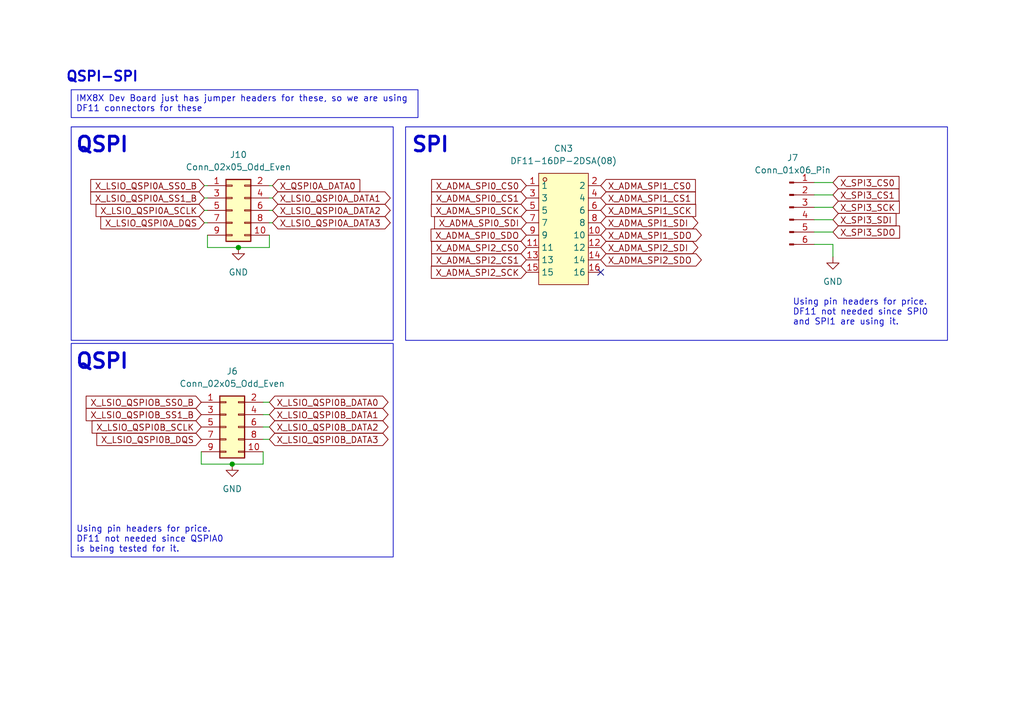
<source format=kicad_sch>
(kicad_sch (version 20250114) (generator "eeschema") (generator_version "9.0")
  (paper "A5")
  (lib_symbols
    (symbol "Connector:Conn_01x06_Pin" (pin_names (offset 1.016) (hide yes))
      (property "Reference" "J" (at 0 7.62 0))
      (property "Value" "Conn_01x06_Pin" (at 0 -10.16 0))
      (symbol "Conn_01x06_Pin_1_1"
        (rectangle (start 0.8636 5.207) (end 0 4.953) (stroke (width 0.1524)) (fill (type outline)))
        (rectangle (start 0.8636 2.667) (end 0 2.413) (stroke (width 0.1524)) (fill (type outline)))
        (rectangle (start 0.8636 0.127) (end 0 -0.127) (stroke (width 0.1524)) (fill (type outline)))
        (rectangle (start 0.8636 -2.413) (end 0 -2.667) (stroke (width 0.1524)) (fill (type outline)))
        (rectangle (start 0.8636 -4.953) (end 0 -5.207) (stroke (width 0.1524)) (fill (type outline)))
        (rectangle (start 0.8636 -7.493) (end 0 -7.747) (stroke (width 0.1524)) (fill (type outline)))
        (polyline (pts (xy 1.27 5.08) (xy 0.8636 5.08)) (stroke (width 0.1524)))
        (polyline (pts (xy 1.27 2.54) (xy 0.8636 2.54)) (stroke (width 0.1524)))
        (polyline (pts (xy 1.27 0) (xy 0.8636 0)) (stroke (width 0.1524)))
        (polyline (pts (xy 1.27 -2.54) (xy 0.8636 -2.54)) (stroke (width 0.1524)))
        (polyline (pts (xy 1.27 -5.08) (xy 0.8636 -5.08)) (stroke (width 0.1524)))
        (polyline (pts (xy 1.27 -7.62) (xy 0.8636 -7.62)) (stroke (width 0.1524)))
        (pin passive line (at 5.08 5.08 180) (length 3.81) (name "Pin_1") (number "1"))
        (pin passive line (at 5.08 2.54 180) (length 3.81) (name "Pin_2") (number "2"))
        (pin passive line (at 5.08 0 180) (length 3.81) (name "Pin_3") (number "3"))
        (pin passive line (at 5.08 -2.54 180) (length 3.81) (name "Pin_4") (number "4"))
        (pin passive line (at 5.08 -5.08 180) (length 3.81) (name "Pin_5") (number "5"))
        (pin passive line (at 5.08 -7.62 180) (length 3.81) (name "Pin_6") (number "6"))
      )
    )
    (symbol "Connector_Generic:Conn_02x05_Odd_Even" (pin_names (offset 1.016) (hide yes))
      (property "Reference" "J" (at 1.27 7.62 0))
      (property "Value" "Conn_02x05_Odd_Even" (at 1.27 -7.62 0))
      (symbol "Conn_02x05_Odd_Even_1_1"
        (rectangle (start -1.27 6.35) (end 3.81 -6.35) (stroke (width 0.254)) (fill (type background)))
        (rectangle (start -1.27 5.207) (end 0 4.953) (stroke (width 0.1524)))
        (rectangle (start -1.27 2.667) (end 0 2.413) (stroke (width 0.1524)))
        (rectangle (start -1.27 0.127) (end 0 -0.127) (stroke (width 0.1524)))
        (rectangle (start -1.27 -2.413) (end 0 -2.667) (stroke (width 0.1524)))
        (rectangle (start -1.27 -4.953) (end 0 -5.207) (stroke (width 0.1524)))
        (rectangle (start 3.81 5.207) (end 2.54 4.953) (stroke (width 0.1524)))
        (rectangle (start 3.81 2.667) (end 2.54 2.413) (stroke (width 0.1524)))
        (rectangle (start 3.81 0.127) (end 2.54 -0.127) (stroke (width 0.1524)))
        (rectangle (start 3.81 -2.413) (end 2.54 -2.667) (stroke (width 0.1524)))
        (rectangle (start 3.81 -4.953) (end 2.54 -5.207) (stroke (width 0.1524)))
        (pin passive line (at -5.08 5.08 0) (length 3.81) (name "Pin_1") (number "1"))
        (pin passive line (at -5.08 2.54 0) (length 3.81) (name "Pin_3") (number "3"))
        (pin passive line (at -5.08 0 0) (length 3.81) (name "Pin_5") (number "5"))
        (pin passive line (at -5.08 -2.54 0) (length 3.81) (name "Pin_7") (number "7"))
        (pin passive line (at -5.08 -5.08 0) (length 3.81) (name "Pin_9") (number "9"))
        (pin passive line (at 7.62 5.08 180) (length 3.81) (name "Pin_2") (number "2"))
        (pin passive line (at 7.62 2.54 180) (length 3.81) (name "Pin_4") (number "4"))
        (pin passive line (at 7.62 0 180) (length 3.81) (name "Pin_6") (number "6"))
        (pin passive line (at 7.62 -2.54 180) (length 3.81) (name "Pin_8") (number "8"))
        (pin passive line (at 7.62 -5.08 180) (length 3.81) (name "Pin_10") (number "10"))
      )
    )
    (symbol "imx8_carrier_board_symbol_library:DF11-16DP-2DSA(08)"
      (property "Reference" "CN" (at 0 13.97 0))
      (property "Value" "DF11-16DP-2DSA(08)" (at 0 -13.97 0))
      (symbol "DF11-16DP-2DSA(08)_0_1"
        (rectangle (start -5.08 11.43) (end 5.08 -11.43) (fill (type background)))
        (circle (center -3.81 10.16) (radius 0.38))
        (pin unspecified line (at -7.62 8.89 0) (length 2.54) (name "1") (number "1"))
        (pin unspecified line (at -7.62 6.35 0) (length 2.54) (name "3") (number "3"))
        (pin unspecified line (at -7.62 3.81 0) (length 2.54) (name "5") (number "5"))
        (pin unspecified line (at -7.62 1.27 0) (length 2.54) (name "7") (number "7"))
        (pin unspecified line (at -7.62 -1.27 0) (length 2.54) (name "9") (number "9"))
        (pin unspecified line (at -7.62 -3.81 0) (length 2.54) (name "11") (number "11"))
        (pin unspecified line (at -7.62 -6.35 0) (length 2.54) (name "13") (number "13"))
        (pin unspecified line (at -7.62 -8.89 0) (length 2.54) (name "15") (number "15"))
        (pin unspecified line (at 7.62 8.89 180) (length 2.54) (name "2") (number "2"))
        (pin unspecified line (at 7.62 6.35 180) (length 2.54) (name "4") (number "4"))
        (pin unspecified line (at 7.62 3.81 180) (length 2.54) (name "6") (number "6"))
        (pin unspecified line (at 7.62 1.27 180) (length 2.54) (name "8") (number "8"))
        (pin unspecified line (at 7.62 -1.27 180) (length 2.54) (name "10") (number "10"))
        (pin unspecified line (at 7.62 -3.81 180) (length 2.54) (name "12") (number "12"))
        (pin unspecified line (at 7.62 -6.35 180) (length 2.54) (name "14") (number "14"))
        (pin unspecified line (at 7.62 -8.89 180) (length 2.54) (name "16") (number "16"))
      )
    )
    (symbol "power:GND" (power) (pin_numbers (hide yes)) (pin_names (offset 0) (hide yes))
      (property "Value" "GND" (at 0 -3.81 0))
      (symbol "GND_0_1"
        (polyline (pts (xy 0 0) (xy 0 -1.27) (xy 1.27 -1.27) (xy 0 -2.54) (xy -1.27 -1.27) (xy 0 -1.27)))
      )
      (symbol "GND_1_1"
        (pin power_in line (at 0 0 270) (length 0) (name "~") (number "1"))
      )
    )
  )
  (rectangle (start 83.185 26.035) (end 194.31 69.85))
  (rectangle (start 14.605 26.035) (end 80.645 69.85))
  (rectangle (start 14.605 70.485) (end 80.645 114.3))
  (text "QSPI" (at 20.955 74.295 0) (effects (font (size 3 3) (thickness 0.6) (bold yes))))
  (text "QSPI" (at 20.955 29.845 0) (effects (font (size 3 3) (thickness 0.6) (bold yes))))
  (text "QSPI-SPI" (at 20.955 15.875 0) (effects (font (size 2.032 2.032) (thickness 0.4064) (bold yes))))
  (text "SPI" (at 88.265 29.845 0) (effects (font (size 3 3) (thickness 0.6) (bold yes))))
  (text "Using pin headers for price.\nDF11 not needed since QSPIA0\nis being tested for it." (at 15.621 110.744 0) (effects (font (size 1.27 1.27)) (justify left)))
  (text "Using pin headers for price.\nDF11 not needed since SPI0\nand SPI1 are using it." (at 162.56 64.135 0) (effects (font (size 1.27 1.27)) (justify left)))
  (text_box "IMX8X Dev Board just has jumper headers for these, so we are using DF11 connectors for these" (at 14.605 18.415 0) (size 71.12 5.715) (margins 0.9525 0.9525 0.9525 0.9525) (effects (font (size 1.27 1.27)) (justify left top)))
  (junction (at 47.625 95.25))
  (junction (at 48.895 50.8))
  (no_connect (at 123.19 55.88))
  (wire (pts (xy 41.91 45.72) (xy 42.545 45.72)))
  (wire (pts (xy 170.815 42.545) (xy 167.005 42.545)))
  (wire (pts (xy 55.88 40.64) (xy 55.245 40.64)))
  (wire (pts (xy 53.975 92.71) (xy 53.975 95.25)))
  (wire (pts (xy 55.245 48.26) (xy 55.245 50.8)))
  (wire (pts (xy 170.815 40.005) (xy 167.005 40.005)))
  (wire (pts (xy 55.88 43.18) (xy 55.245 43.18)))
  (wire (pts (xy 170.815 50.165) (xy 167.005 50.165)))
  (wire (pts (xy 53.975 95.25) (xy 47.625 95.25)))
  (wire (pts (xy 41.91 43.18) (xy 42.545 43.18)))
  (wire (pts (xy 170.815 45.085) (xy 167.005 45.085)))
  (wire (pts (xy 53.975 82.55) (xy 55.245 82.55)))
  (wire (pts (xy 53.975 87.63) (xy 55.245 87.63)))
  (wire (pts (xy 53.975 90.17) (xy 55.245 90.17)))
  (wire (pts (xy 170.815 52.705) (xy 170.815 50.165)))
  (wire (pts (xy 170.815 47.625) (xy 167.005 47.625)))
  (wire (pts (xy 41.275 95.25) (xy 47.625 95.25)))
  (wire (pts (xy 48.895 50.8) (xy 42.545 50.8)))
  (wire (pts (xy 170.815 37.465) (xy 167.005 37.465)))
  (wire (pts (xy 55.88 38.1) (xy 55.245 38.1)))
  (wire (pts (xy 41.91 38.1) (xy 42.545 38.1)))
  (wire (pts (xy 55.88 45.72) (xy 55.245 45.72)))
  (wire (pts (xy 42.545 48.26) (xy 42.545 50.8)))
  (wire (pts (xy 41.275 92.71) (xy 41.275 95.25)))
  (wire (pts (xy 55.245 50.8) (xy 48.895 50.8)))
  (wire (pts (xy 53.975 85.09) (xy 55.245 85.09)))
  (wire (pts (xy 41.91 40.64) (xy 42.545 40.64)))
  (global_label "X_LSIO_QSPIOB_SS0_B" (shape input) (at 41.275 82.55 180) (property "Intersheetrefs" "${INTERSHEET_REFS}" (effects (hide yes))))
  (global_label "X_ADMA_SPI2_SDO" (shape bidirectional) (at 123.19 53.34 0) (property "Intersheetrefs" "${INTERSHEET_REFS}" (effects (hide yes))))
  (global_label "X_ADMA_SPI2_SCK" (shape input) (at 107.95 55.88 180) (property "Intersheetrefs" "${INTERSHEET_REFS}" (effects (hide yes))))
  (global_label "X_LSIO_QSPI0A_DATA1" (shape bidirectional) (at 55.88 40.64 0) (property "Intersheetrefs" "${INTERSHEET_REFS}" (effects (hide yes))))
  (global_label "X_ADMA_SPI0_SDI" (shape input) (at 107.95 45.72 180) (property "Intersheetrefs" "${INTERSHEET_REFS}" (effects (hide yes))))
  (global_label "X_LSIO_QSPI0A_DQS" (shape input) (at 41.91 45.72 180) (property "Intersheetrefs" "${INTERSHEET_REFS}" (effects (hide yes))))
  (global_label "X_LSIO_QSPI0A_DATA2" (shape bidirectional) (at 55.88 43.18 0) (property "Intersheetrefs" "${INTERSHEET_REFS}" (effects (hide yes))))
  (global_label "X_LSIO_QSPIOB_SS1_B" (shape input) (at 41.275 85.09 180) (property "Intersheetrefs" "${INTERSHEET_REFS}" (effects (hide yes))))
  (global_label "X_ADMA_SPI2_CS1" (shape input) (at 107.95 53.34 180) (property "Intersheetrefs" "${INTERSHEET_REFS}" (effects (hide yes))))
  (global_label "X_LSIO_QSPI0B_DATA1" (shape bidirectional) (at 55.245 85.09 0) (property "Intersheetrefs" "${INTERSHEET_REFS}" (effects (hide yes))))
  (global_label "X_SPI3_SDO" (shape input) (at 170.815 47.625 0) (property "Intersheetrefs" "${INTERSHEET_REFS}" (effects (hide yes))))
  (global_label "X_QSPI0A_DATA0" (shape input) (at 55.88 38.1 0) (property "Intersheetrefs" "${INTERSHEET_REFS}" (effects (hide yes))))
  (global_label "X_ADMA_SPI1_SCK" (shape input) (at 123.19 43.18 0) (property "Intersheetrefs" "${INTERSHEET_REFS}" (effects (hide yes))))
  (global_label "X_LSIO_QSPI0B_DATA0" (shape bidirectional) (at 55.245 82.55 0) (property "Intersheetrefs" "${INTERSHEET_REFS}" (effects (hide yes))))
  (global_label "X_LSIO_QSPI0B_DATA2" (shape bidirectional) (at 55.245 87.63 0) (property "Intersheetrefs" "${INTERSHEET_REFS}" (effects (hide yes))))
  (global_label "X_ADMA_SPI0_CS1" (shape input) (at 107.95 40.64 180) (property "Intersheetrefs" "${INTERSHEET_REFS}" (effects (hide yes))))
  (global_label "X_SPI3_CS1" (shape input) (at 170.815 40.005 0) (property "Intersheetrefs" "${INTERSHEET_REFS}" (effects (hide yes))))
  (global_label "X_LSIO_QSPI0B_DATA3" (shape bidirectional) (at 55.245 90.17 0) (property "Intersheetrefs" "${INTERSHEET_REFS}" (effects (hide yes))))
  (global_label "X_ADMA_SPI1_SDI" (shape bidirectional) (at 123.19 45.72 0) (property "Intersheetrefs" "${INTERSHEET_REFS}" (effects (hide yes))))
  (global_label "X_LSIO_QSPI0A_SS0_B" (shape input) (at 41.91 38.1 180) (property "Intersheetrefs" "${INTERSHEET_REFS}" (effects (hide yes))))
  (global_label "X_ADMA_SPI1_SDO" (shape bidirectional) (at 123.19 48.26 0) (property "Intersheetrefs" "${INTERSHEET_REFS}" (effects (hide yes))))
  (global_label "X_ADMA_SPI0_SCK" (shape input) (at 107.95 43.18 180) (property "Intersheetrefs" "${INTERSHEET_REFS}" (effects (hide yes))))
  (global_label "X_LSIO_QSPI0A_SCLK" (shape input) (at 41.91 43.18 180) (property "Intersheetrefs" "${INTERSHEET_REFS}" (effects (hide yes))))
  (global_label "X_ADMA_SPI2_CS0" (shape input) (at 107.95 50.8 180) (property "Intersheetrefs" "${INTERSHEET_REFS}" (effects (hide yes))))
  (global_label "X_ADMA_SPI0_CS0" (shape input) (at 107.95 38.1 180) (property "Intersheetrefs" "${INTERSHEET_REFS}" (effects (hide yes))))
  (global_label "X_LSIO_QSPI0A_DATA3" (shape bidirectional) (at 55.88 45.72 0) (property "Intersheetrefs" "${INTERSHEET_REFS}" (effects (hide yes))))
  (global_label "X_ADMA_SPI1_CS0" (shape input) (at 123.19 38.1 0) (property "Intersheetrefs" "${INTERSHEET_REFS}" (effects (hide yes))))
  (global_label "X_ADMA_SPI1_CS1" (shape input) (at 123.19 40.64 0) (property "Intersheetrefs" "${INTERSHEET_REFS}" (effects (hide yes))))
  (global_label "X_SPI3_SCK" (shape input) (at 170.815 42.545 0) (property "Intersheetrefs" "${INTERSHEET_REFS}" (effects (hide yes))))
  (global_label "X_SPI3_CS0" (shape input) (at 170.815 37.465 0) (property "Intersheetrefs" "${INTERSHEET_REFS}" (effects (hide yes))))
  (global_label "X_LSIO_QSPI0B_SCLK" (shape input) (at 41.275 87.63 180) (property "Intersheetrefs" "${INTERSHEET_REFS}" (effects (hide yes))))
  (global_label "X_LSIO_QSPI0B_DQS" (shape input) (at 41.275 90.17 180) (property "Intersheetrefs" "${INTERSHEET_REFS}" (effects (hide yes))))
  (global_label "X_LSIO_QSPI0A_SS1_B" (shape input) (at 41.91 40.64 180) (property "Intersheetrefs" "${INTERSHEET_REFS}" (effects (hide yes))))
  (global_label "X_ADMA_SPI0_SDO" (shape input) (at 107.95 48.26 180) (property "Intersheetrefs" "${INTERSHEET_REFS}" (effects (hide yes))))
  (global_label "X_ADMA_SPI2_SDI" (shape bidirectional) (at 123.19 50.8 0) (property "Intersheetrefs" "${INTERSHEET_REFS}" (effects (hide yes))))
  (global_label "X_SPI3_SDI" (shape input) (at 170.815 45.085 0) (property "Intersheetrefs" "${INTERSHEET_REFS}" (effects (hide yes))))
  (symbol (lib_id "Connector_Generic:Conn_02x05_Odd_Even") (at 46.355 87.63 0) (unit 1)
    (property "Reference" "J6" (at 47.625 76.2 0))
    (property "Value" "Conn_02x05_Odd_Even" (at 47.625 78.74 0))
    (property "Footprint" "Connector_PinHeader_2.54mm:PinHeader_2x05_P2.54mm_Vertical" (effects (hide yes)))
    (property "Description" "Generic connector, double row, 02x05, odd/even pin numbering scheme (row 1 odd numbers, row 2 even numbers), script generated (kicad-library-utils/schlib/autogen/connector/)" (effects (hide yes)))
  )
  (symbol (lib_id "Connector_Generic:Conn_02x05_Odd_Even") (at 47.625 43.18 0) (unit 1)
    (property "Reference" "J10" (at 48.895 31.75 0))
    (property "Value" "Conn_02x05_Odd_Even" (at 48.895 34.29 0))
    (property "Footprint" "Connector_PinHeader_2.54mm:PinHeader_2x05_P2.54mm_Vertical" (effects (hide yes)))
    (property "Description" "Generic connector, double row, 02x05, odd/even pin numbering scheme (row 1 odd numbers, row 2 even numbers), script generated (kicad-library-utils/schlib/autogen/connector/)" (effects (hide yes)))
  )
  (symbol (lib_id "power:GND") (at 47.625 95.25 0) (unit 1)
    (property "Reference" "#PWR091" (effects (hide yes)))
    (property "Value" "GND" (at 47.625 100.33 0))
    (property "Description" "Power symbol creates a global label with name \"GND\" , ground" (effects (hide yes)))
  )
  (symbol (lib_id "power:GND") (at 170.815 52.705 0) (unit 1)
    (property "Reference" "#PWR093" (effects (hide yes)))
    (property "Value" "GND" (at 170.815 57.785 0))
    (property "Description" "Power symbol creates a global label with name \"GND\" , ground" (effects (hide yes)))
  )
  (symbol (lib_id "imx8_carrier_board_symbol_library:DF11-16DP-2DSA(08)") (at 115.57 46.99 0) (unit 1)
    (property "Reference" "CN3" (at 115.57 30.48 0))
    (property "Value" "DF11-16DP-2DSA(08)" (at 115.57 33.02 0))
    (property "Footprint" "imx8_carrier_board_footprints:CONN-TH_DF11-16DP-2DSA-08" (effects (hide yes)))
    (property "Datasheet" "https://lcsc.com/product-detail/Wire-To-Board-Wire-To-Wire-Connector_HRS-Hirose-HRS-DF11-16DP-2DSA-08_C530981.html" (effects (hide yes)))
    (property "Description" "DF11 Connector" (effects (hide yes)))
    (property "LCSC Part" "C530981" (effects (hide yes)))
  )
  (symbol (lib_id "Connector:Conn_01x06_Pin") (at 161.925 42.545 0) (unit 1)
    (property "Reference" "J7" (at 162.56 32.385 0))
    (property "Value" "Conn_01x06_Pin" (at 162.56 34.925 0))
    (property "Footprint" "Connector_PinSocket_2.54mm:PinSocket_1x06_P2.54mm_Vertical" (effects (hide yes)))
    (property "Description" "Generic connector, single row, 01x06, script generated" (effects (hide yes)))
  )
  (symbol (lib_id "power:GND") (at 48.895 50.8 0) (unit 1)
    (property "Reference" "#PWR09" (effects (hide yes)))
    (property "Value" "GND" (at 48.895 55.88 0))
    (property "Description" "Power symbol creates a global label with name \"GND\" , ground" (effects (hide yes)))
  )
)
</source>
